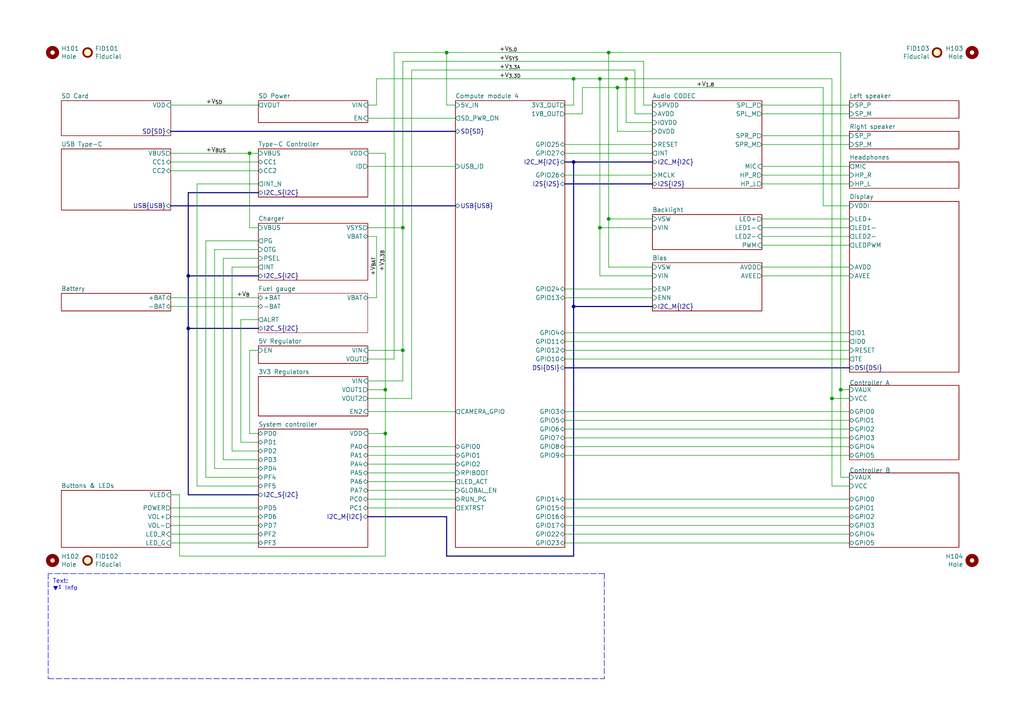
<source format=kicad_sch>
(kicad_sch (version 20210621) (generator eeschema)
  (paper "A4")
  (title_block (title "DIYPie - Display") (date "2021-03-05") (rev "V1") (company "iocapa"))
  (lib_symbols
    (symbol "Mechanical:Fiducial"
      (property "Reference" "FID" (at 0 5.08 0))
      (property "Value" "Fiducial" (at 0 3.175 0))
      (symbol "Fiducial_0_1"
        (circle (center 0 0) (radius 1.27) (stroke (width 0.508)) (fill (type background)))
      )
    )
    (symbol "Mechanical:MountingHole" (pin_names (offset 1.016))
      (property "Reference" "H" (at 0 5.08 0))
      (property "Value" "MountingHole" (at 0 3.175 0))
      (symbol "MountingHole_0_1"
        (circle (center 0 0) (radius 1.27) (stroke (width 1.27)))
      )
    )
  )
  (bus_alias "I2S" (members "SCK" "WS" "SDO" "SDI"))
  (bus_alias "DSI" (members "CLK_N" "CLK_P" "D0_N" "D0_P" "D1_N" "D1_P" "D2_N" "D2_P" "D3_N" "D3_P"))
  (bus_alias "USB" (members "D_P" "D_N"))
  (bus_alias "I2C" (members "SCL" "SDA"))
  (bus_alias "SD" (members "DAT[0..3]" "CLK" "CMD"))
  (junction (at 72.39 44.45) (diameter 0.9144))
  (junction (at 111.76 113.03) (diameter 0.9144))
  (junction (at 111.76 125.73) (diameter 0.9144))
  (junction (at 116.84 66.04) (diameter 0.9144))
  (junction (at 116.84 101.6) (diameter 0.9144))
  (junction (at 129.54 15.24) (diameter 0.9144))
  (junction (at 166.37 22.86) (diameter 0.9144))
  (junction (at 173.99 22.86) (diameter 0.9144))
  (junction (at 173.99 66.04) (diameter 0.9144))
  (junction (at 176.53 15.24) (diameter 0.9144))
  (junction (at 176.53 63.5) (diameter 0.9144))
  (junction (at 179.07 25.4) (diameter 0.9144))
  (junction (at 181.61 22.86) (diameter 0.9144))
  (junction (at 241.3 115.57) (diameter 0.9144))
  (junction (at 243.84 113.03) (diameter 0.9144))
  (junction (at 54.61 80.01) (diameter 0.9144))
  (junction (at 54.61 95.25) (diameter 0.9144))
  (junction (at 166.37 46.99) (diameter 0.9144))
  (junction (at 166.37 88.9) (diameter 0.9144))
  (wire (pts (xy 49.53 30.48) (xy 74.93 30.48)))
  (wire (pts (xy 49.53 44.45) (xy 72.39 44.45)))
  (wire (pts (xy 49.53 46.99) (xy 74.93 46.99)))
  (wire (pts (xy 49.53 49.53) (xy 74.93 49.53)))
  (wire (pts (xy 49.53 86.36) (xy 74.93 86.36)))
  (wire (pts (xy 49.53 88.9) (xy 74.93 88.9)))
  (wire (pts (xy 49.53 147.32) (xy 74.93 147.32)))
  (wire (pts (xy 49.53 149.86) (xy 74.93 149.86)))
  (wire (pts (xy 49.53 152.4) (xy 74.93 152.4)))
  (wire (pts (xy 49.53 154.94) (xy 74.93 154.94)))
  (wire (pts (xy 49.53 157.48) (xy 74.93 157.48)))
  (wire (pts (xy 52.07 143.51) (xy 49.53 143.51)))
  (wire (pts (xy 52.07 161.29) (xy 52.07 143.51)))
  (wire (pts (xy 57.15 53.34) (xy 74.93 53.34)))
  (wire (pts (xy 57.15 140.97) (xy 57.15 53.34)))
  (wire (pts (xy 59.69 69.85) (xy 74.93 69.85)))
  (wire (pts (xy 59.69 138.43) (xy 59.69 69.85)))
  (wire (pts (xy 62.23 72.39) (xy 74.93 72.39)))
  (wire (pts (xy 62.23 135.89) (xy 62.23 72.39)))
  (wire (pts (xy 64.77 74.93) (xy 74.93 74.93)))
  (wire (pts (xy 64.77 133.35) (xy 64.77 74.93)))
  (wire (pts (xy 67.31 77.47) (xy 74.93 77.47)))
  (wire (pts (xy 67.31 130.81) (xy 67.31 77.47)))
  (wire (pts (xy 69.85 92.71) (xy 74.93 92.71)))
  (wire (pts (xy 69.85 128.27) (xy 69.85 92.71)))
  (wire (pts (xy 72.39 44.45) (xy 72.39 66.04)))
  (wire (pts (xy 72.39 44.45) (xy 74.93 44.45)))
  (wire (pts (xy 72.39 101.6) (xy 74.93 101.6)))
  (wire (pts (xy 72.39 125.73) (xy 72.39 101.6)))
  (wire (pts (xy 74.93 66.04) (xy 72.39 66.04)))
  (wire (pts (xy 74.93 125.73) (xy 72.39 125.73)))
  (wire (pts (xy 74.93 128.27) (xy 69.85 128.27)))
  (wire (pts (xy 74.93 130.81) (xy 67.31 130.81)))
  (wire (pts (xy 74.93 133.35) (xy 64.77 133.35)))
  (wire (pts (xy 74.93 135.89) (xy 62.23 135.89)))
  (wire (pts (xy 74.93 138.43) (xy 59.69 138.43)))
  (wire (pts (xy 74.93 140.97) (xy 57.15 140.97)))
  (wire (pts (xy 106.68 34.29) (xy 132.08 34.29)))
  (wire (pts (xy 106.68 48.26) (xy 132.08 48.26)))
  (wire (pts (xy 106.68 66.04) (xy 116.84 66.04)))
  (wire (pts (xy 106.68 68.58) (xy 109.22 68.58)))
  (wire (pts (xy 106.68 101.6) (xy 116.84 101.6)))
  (wire (pts (xy 106.68 104.14) (xy 114.3 104.14)))
  (wire (pts (xy 106.68 110.49) (xy 116.84 110.49)))
  (wire (pts (xy 106.68 113.03) (xy 111.76 113.03)))
  (wire (pts (xy 106.68 115.57) (xy 119.38 115.57)))
  (wire (pts (xy 106.68 119.38) (xy 132.08 119.38)))
  (wire (pts (xy 106.68 125.73) (xy 111.76 125.73)))
  (wire (pts (xy 106.68 129.54) (xy 132.08 129.54)))
  (wire (pts (xy 106.68 132.08) (xy 132.08 132.08)))
  (wire (pts (xy 106.68 134.62) (xy 132.08 134.62)))
  (wire (pts (xy 106.68 137.16) (xy 132.08 137.16)))
  (wire (pts (xy 106.68 139.7) (xy 132.08 139.7)))
  (wire (pts (xy 106.68 142.24) (xy 132.08 142.24)))
  (wire (pts (xy 106.68 144.78) (xy 132.08 144.78)))
  (wire (pts (xy 106.68 147.32) (xy 132.08 147.32)))
  (wire (pts (xy 109.22 22.86) (xy 109.22 30.48)))
  (wire (pts (xy 109.22 30.48) (xy 106.68 30.48)))
  (wire (pts (xy 109.22 68.58) (xy 109.22 86.36)))
  (wire (pts (xy 109.22 86.36) (xy 106.68 86.36)))
  (wire (pts (xy 111.76 44.45) (xy 106.68 44.45)))
  (wire (pts (xy 111.76 113.03) (xy 111.76 44.45)))
  (wire (pts (xy 111.76 125.73) (xy 111.76 113.03)))
  (wire (pts (xy 111.76 125.73) (xy 111.76 161.29)))
  (wire (pts (xy 111.76 161.29) (xy 52.07 161.29)))
  (wire (pts (xy 114.3 15.24) (xy 129.54 15.24)))
  (wire (pts (xy 114.3 104.14) (xy 114.3 15.24)))
  (wire (pts (xy 116.84 17.78) (xy 116.84 66.04)))
  (wire (pts (xy 116.84 17.78) (xy 186.69 17.78)))
  (wire (pts (xy 116.84 66.04) (xy 116.84 101.6)))
  (wire (pts (xy 116.84 101.6) (xy 116.84 110.49)))
  (wire (pts (xy 119.38 20.32) (xy 184.15 20.32)))
  (wire (pts (xy 119.38 115.57) (xy 119.38 20.32)))
  (wire (pts (xy 129.54 15.24) (xy 129.54 30.48)))
  (wire (pts (xy 129.54 15.24) (xy 176.53 15.24)))
  (wire (pts (xy 132.08 30.48) (xy 129.54 30.48)))
  (wire (pts (xy 163.83 30.48) (xy 166.37 30.48)))
  (wire (pts (xy 163.83 41.91) (xy 189.23 41.91)))
  (wire (pts (xy 163.83 44.45) (xy 189.23 44.45)))
  (wire (pts (xy 163.83 50.8) (xy 189.23 50.8)))
  (wire (pts (xy 163.83 83.82) (xy 189.23 83.82)))
  (wire (pts (xy 163.83 86.36) (xy 189.23 86.36)))
  (wire (pts (xy 163.83 96.52) (xy 246.38 96.52)))
  (wire (pts (xy 163.83 99.06) (xy 246.38 99.06)))
  (wire (pts (xy 163.83 101.6) (xy 246.38 101.6)))
  (wire (pts (xy 163.83 104.14) (xy 246.38 104.14)))
  (wire (pts (xy 163.83 119.38) (xy 246.38 119.38)))
  (wire (pts (xy 163.83 121.92) (xy 246.38 121.92)))
  (wire (pts (xy 163.83 124.46) (xy 246.38 124.46)))
  (wire (pts (xy 163.83 127) (xy 246.38 127)))
  (wire (pts (xy 163.83 129.54) (xy 246.38 129.54)))
  (wire (pts (xy 163.83 132.08) (xy 246.38 132.08)))
  (wire (pts (xy 163.83 144.78) (xy 246.38 144.78)))
  (wire (pts (xy 163.83 147.32) (xy 246.38 147.32)))
  (wire (pts (xy 163.83 149.86) (xy 246.38 149.86)))
  (wire (pts (xy 163.83 152.4) (xy 246.38 152.4)))
  (wire (pts (xy 163.83 154.94) (xy 246.38 154.94)))
  (wire (pts (xy 163.83 157.48) (xy 246.38 157.48)))
  (wire (pts (xy 166.37 22.86) (xy 109.22 22.86)))
  (wire (pts (xy 166.37 22.86) (xy 173.99 22.86)))
  (wire (pts (xy 166.37 30.48) (xy 166.37 22.86)))
  (wire (pts (xy 168.91 25.4) (xy 168.91 33.02)))
  (wire (pts (xy 168.91 33.02) (xy 163.83 33.02)))
  (wire (pts (xy 173.99 22.86) (xy 173.99 66.04)))
  (wire (pts (xy 173.99 22.86) (xy 181.61 22.86)))
  (wire (pts (xy 173.99 66.04) (xy 189.23 66.04)))
  (wire (pts (xy 173.99 80.01) (xy 173.99 66.04)))
  (wire (pts (xy 176.53 15.24) (xy 176.53 63.5)))
  (wire (pts (xy 176.53 15.24) (xy 243.84 15.24)))
  (wire (pts (xy 176.53 63.5) (xy 176.53 77.47)))
  (wire (pts (xy 176.53 63.5) (xy 189.23 63.5)))
  (wire (pts (xy 176.53 77.47) (xy 189.23 77.47)))
  (wire (pts (xy 179.07 25.4) (xy 168.91 25.4)))
  (wire (pts (xy 179.07 25.4) (xy 238.76 25.4)))
  (wire (pts (xy 179.07 38.1) (xy 179.07 25.4)))
  (wire (pts (xy 181.61 22.86) (xy 241.3 22.86)))
  (wire (pts (xy 181.61 35.56) (xy 181.61 22.86)))
  (wire (pts (xy 184.15 20.32) (xy 184.15 33.02)))
  (wire (pts (xy 184.15 33.02) (xy 189.23 33.02)))
  (wire (pts (xy 186.69 17.78) (xy 186.69 30.48)))
  (wire (pts (xy 186.69 30.48) (xy 189.23 30.48)))
  (wire (pts (xy 189.23 35.56) (xy 181.61 35.56)))
  (wire (pts (xy 189.23 38.1) (xy 179.07 38.1)))
  (wire (pts (xy 189.23 80.01) (xy 173.99 80.01)))
  (wire (pts (xy 220.98 30.48) (xy 246.38 30.48)))
  (wire (pts (xy 220.98 33.02) (xy 246.38 33.02)))
  (wire (pts (xy 220.98 39.37) (xy 246.38 39.37)))
  (wire (pts (xy 220.98 41.91) (xy 246.38 41.91)))
  (wire (pts (xy 220.98 48.26) (xy 246.38 48.26)))
  (wire (pts (xy 220.98 50.8) (xy 246.38 50.8)))
  (wire (pts (xy 220.98 53.34) (xy 246.38 53.34)))
  (wire (pts (xy 220.98 63.5) (xy 246.38 63.5)))
  (wire (pts (xy 220.98 66.04) (xy 246.38 66.04)))
  (wire (pts (xy 220.98 68.58) (xy 246.38 68.58)))
  (wire (pts (xy 220.98 71.12) (xy 246.38 71.12)))
  (wire (pts (xy 220.98 77.47) (xy 246.38 77.47)))
  (wire (pts (xy 220.98 80.01) (xy 246.38 80.01)))
  (wire (pts (xy 238.76 25.4) (xy 238.76 59.69)))
  (wire (pts (xy 238.76 59.69) (xy 246.38 59.69)))
  (wire (pts (xy 241.3 22.86) (xy 241.3 115.57)))
  (wire (pts (xy 241.3 115.57) (xy 241.3 140.97)))
  (wire (pts (xy 241.3 115.57) (xy 246.38 115.57)))
  (wire (pts (xy 241.3 140.97) (xy 246.38 140.97)))
  (wire (pts (xy 243.84 15.24) (xy 243.84 113.03)))
  (wire (pts (xy 243.84 113.03) (xy 243.84 138.43)))
  (wire (pts (xy 243.84 113.03) (xy 246.38 113.03)))
  (wire (pts (xy 243.84 138.43) (xy 246.38 138.43)))
  (bus (pts (xy 49.53 38.1) (xy 132.08 38.1)))
  (bus (pts (xy 49.53 59.69) (xy 132.08 59.69)))
  (bus (pts (xy 54.61 55.88) (xy 74.93 55.88)))
  (bus (pts (xy 54.61 80.01) (xy 54.61 55.88)))
  (bus (pts (xy 54.61 80.01) (xy 74.93 80.01)))
  (bus (pts (xy 54.61 95.25) (xy 54.61 80.01)))
  (bus (pts (xy 54.61 95.25) (xy 74.93 95.25)))
  (bus (pts (xy 54.61 143.51) (xy 54.61 95.25)))
  (bus (pts (xy 74.93 143.51) (xy 54.61 143.51)))
  (bus (pts (xy 106.68 149.86) (xy 129.54 149.86)))
  (bus (pts (xy 129.54 149.86) (xy 129.54 161.29)))
  (bus (pts (xy 129.54 161.29) (xy 166.37 161.29)))
  (bus (pts (xy 163.83 46.99) (xy 166.37 46.99)))
  (bus (pts (xy 163.83 53.34) (xy 189.23 53.34)))
  (bus (pts (xy 163.83 106.68) (xy 246.38 106.68)))
  (bus (pts (xy 166.37 46.99) (xy 166.37 88.9)))
  (bus (pts (xy 166.37 46.99) (xy 189.23 46.99)))
  (bus (pts (xy 166.37 88.9) (xy 166.37 161.29)))
  (bus (pts (xy 166.37 88.9) (xy 189.23 88.9)))
  (polyline (pts (xy 13.97 166.37) (xy 13.97 196.85)) (stroke (width 0) (type dash)))
  (polyline (pts (xy 13.97 196.85) (xy 175.26 196.85)) (stroke (width 0) (type dash)))
  (polyline (pts (xy 175.26 166.37) (xy 13.97 166.37)) (stroke (width 0) (type dash)))
  (polyline (pts (xy 175.26 166.37) (xy 175.26 196.85)) (stroke (width 0) (type dash)))
  (text "Text:\n▼^{1} Info" (at 15.24 171.45 0) (effects (font (size 1.27 1.27)) (justify left bottom)))
  (label "+V_{SD}" (at 59.69 30.48 0))
  (label "+V_{BUS}" (at 59.69 44.45 0))
  (label "+V_{B}" (at 68.58 86.36 0))
  (label "+V_{BAT}" (at 109.22 80.01 90))
  (label "+V_{3.3B}" (at 111.76 78.74 90))
  (label "+V_{5.0}" (at 144.78 15.24 0))
  (label "+V_{SYS}" (at 144.78 17.78 0))
  (label "+V_{3.3A}" (at 144.78 20.32 0))
  (label "+V_{3.3D}" (at 144.78 22.86 0))
  (label "+V_{1.8}" (at 201.93 25.4 0))
  (symbol (lib_id "Mechanical:Fiducial") (at 25.4 15.24 0) (unit 1)
    (property "Reference" "FID101" (at 27.559 14.0716 0) (effects (justify left)))
    (property "Value" "Fiducial" (at 27.559 16.383 0) (effects (justify left)))
  )
  (symbol (lib_id "Mechanical:Fiducial") (at 25.4 162.56 0) (unit 1)
    (property "Reference" "FID102" (at 27.559 161.3916 0) (effects (justify left)))
    (property "Value" "Fiducial" (at 27.559 163.703 0) (effects (justify left)))
  )
  (symbol (lib_id "Mechanical:Fiducial") (at 271.78 15.24 0) (mirror y) (unit 1)
    (property "Reference" "FID103" (at 269.621 14.0716 0) (effects (justify left)))
    (property "Value" "Fiducial" (at 269.621 16.383 0) (effects (justify left)))
  )
  (symbol (lib_id "Mechanical:MountingHole") (at 15.24 15.24 0) (unit 1)
    (property "Reference" "H101" (at 17.78 14.0716 0) (effects (justify left)))
    (property "Value" "Hole" (at 17.78 16.383 0) (effects (justify left)))
    (property "Footprint" "MountingHole:MountingHole_2.2mm_M2" (effects hide))
  )
  (symbol (lib_id "Mechanical:MountingHole") (at 15.24 162.56 0) (unit 1)
    (property "Reference" "H102" (at 17.78 161.3916 0) (effects (justify left)))
    (property "Value" "Hole" (at 17.78 163.703 0) (effects (justify left)))
    (property "Footprint" "MountingHole:MountingHole_2.2mm_M2" (effects hide))
  )
  (symbol (lib_id "Mechanical:MountingHole") (at 281.94 15.24 0) (mirror y) (unit 1)
    (property "Reference" "H103" (at 279.4 14.0716 0) (effects (justify left)))
    (property "Value" "Hole" (at 279.4 16.383 0) (effects (justify left)))
    (property "Footprint" "MountingHole:MountingHole_2.2mm_M2" (effects hide))
  )
  (symbol (lib_id "Mechanical:MountingHole") (at 281.94 162.56 0) (mirror y) (unit 1)
    (property "Reference" "H104" (at 279.4 161.3916 0) (effects (justify left)))
    (property "Value" "Hole" (at 279.4 163.703 0) (effects (justify left)))
    (property "Footprint" "MountingHole:MountingHole_2.2mm_M2" (effects hide))
  )
  (sheet (at 74.93 109.22) (size 31.75 11.43)
    (property "Sheet name" "3V3 Regulators" (at 74.93 108.5845 0) (effects (justify left bottom)))
    (property "Sheet file" "3v3_regulators.kicad_sch" (effects hide))
    (pin "EN2" input (at 106.68 119.38 0))
    (pin "VIN" input (at 106.68 110.49 0))
    (pin "VOUT1" output (at 106.68 113.03 0))
    (pin "VOUT2" output (at 106.68 115.57 0))
  )
  (sheet (at 74.93 100.33) (size 31.75 5.08)
    (property "Sheet name" "5V Regulator" (at 74.93 99.6945 0) (effects (justify left bottom)))
    (property "Sheet file" "5v_regulator.kicad_sch" (effects hide))
    (pin "VOUT" output (at 106.68 104.14 0))
    (pin "EN" input (at 74.93 101.6 180))
    (pin "VIN" input (at 106.68 101.6 0))
  )
  (sheet (at 189.23 29.21) (size 31.75 25.4)
    (property "Sheet name" "Audio CODEC" (at 189.23 28.5745 0) (effects (justify left bottom)))
    (property "Sheet file" "audio_codec.kicad_sch" (effects hide))
    (pin "MIC" input (at 220.98 48.26 0))
    (pin "HP_L" output (at 220.98 53.34 0))
    (pin "HP_R" output (at 220.98 50.8 0))
    (pin "MCLK" input (at 189.23 50.8 180))
    (pin "I2S{I2S}" bidirectional (at 189.23 53.34 180))
    (pin "SPR_P" output (at 220.98 39.37 0))
    (pin "SPR_M" output (at 220.98 41.91 0))
    (pin "SPL_P" output (at 220.98 30.48 0))
    (pin "SPL_M" output (at 220.98 33.02 0))
    (pin "AVDD" input (at 189.23 33.02 180))
    (pin "SPVDD" input (at 189.23 30.48 180))
    (pin "I2C_M{I2C}" bidirectional (at 189.23 46.99 180))
    (pin "INT" output (at 189.23 44.45 180))
    (pin "RESET" input (at 189.23 41.91 180))
    (pin "IOVDD" input (at 189.23 35.56 180))
    (pin "DVDD" input (at 189.23 38.1 180))
  )
  (sheet (at 189.23 62.23) (size 31.75 10.16)
    (property "Sheet name" "Backlight" (at 189.23 61.5945 0) (effects (justify left bottom)))
    (property "Sheet file" "backlight.kicad_sch" (effects hide))
    (pin "LED1-" input (at 220.98 66.04 0))
    (pin "LED2-" input (at 220.98 68.58 0))
    (pin "PWM" input (at 220.98 71.12 0))
    (pin "LED+" output (at 220.98 63.5 0))
    (pin "VIN" input (at 189.23 66.04 180))
    (pin "VSW" input (at 189.23 63.5 180))
  )
  (sheet (at 17.78 85.09) (size 31.75 5.08)
    (property "Sheet name" "Battery" (at 17.78 84.4545 0) (effects (justify left bottom)))
    (property "Sheet file" "battery.kicad_sch" (effects hide))
    (pin "-BAT" bidirectional (at 49.53 88.9 0))
    (pin "+BAT" bidirectional (at 49.53 86.36 0))
  )
  (sheet (at 189.23 76.2) (size 31.75 13.97)
    (property "Sheet name" "Bias" (at 189.23 75.5645 0) (effects (justify left bottom)))
    (property "Sheet file" "bias.kicad_sch" (effects hide))
    (pin "AVEE" output (at 220.98 80.01 0))
    (pin "AVDD" output (at 220.98 77.47 0))
    (pin "VSW" input (at 189.23 77.47 180))
    (pin "VIN" input (at 189.23 80.01 180))
    (pin "ENP" input (at 189.23 83.82 180))
    (pin "ENN" input (at 189.23 86.36 180))
    (pin "I2C_M{I2C}" bidirectional (at 189.23 88.9 180))
  )
  (sheet (at 17.78 142.24) (size 31.75 16.51)
    (property "Sheet name" "Buttons & LEDs" (at 17.78 141.6045 0) (effects (justify left bottom)))
    (property "Sheet file" "buttons_leds.kicad_sch" (effects hide))
    (pin "POWER" output (at 49.53 147.32 0))
    (pin "VOL+" output (at 49.53 149.86 0))
    (pin "VOL-" output (at 49.53 152.4 0))
    (pin "LED_R" input (at 49.53 154.94 0))
    (pin "LED_G" input (at 49.53 157.48 0))
    (pin "VLED" input (at 49.53 143.51 0))
  )
  (sheet (at 74.93 64.77) (size 31.75 16.51)
    (property "Sheet name" "Charger" (at 74.93 64.1345 0) (effects (justify left bottom)))
    (property "Sheet file" "charger.kicad_sch" (effects hide))
    (pin "VBUS" input (at 74.93 66.04 180))
    (pin "PG" output (at 74.93 69.85 180))
    (pin "OTG" input (at 74.93 72.39 180))
    (pin "PSEL" input (at 74.93 74.93 180))
    (pin "I2C_S{I2C}" bidirectional (at 74.93 80.01 180))
    (pin "INT" output (at 74.93 77.47 180))
    (pin "VBAT" bidirectional (at 106.68 68.58 0))
    (pin "VSYS" output (at 106.68 66.04 0))
  )
  (sheet (at 132.08 29.21) (size 31.75 129.54)
    (property "Sheet name" "Compute module 4" (at 132.08 28.5745 0) (effects (justify left bottom)))
    (property "Sheet file" "CM4.kicad_sch" (effects hide))
    (pin "I2C_M{I2C}" bidirectional (at 163.83 46.99 0))
    (pin "USB{USB}" bidirectional (at 132.08 59.69 180))
    (pin "GPIO26" bidirectional (at 163.83 50.8 0))
    (pin "I2S{I2S}" bidirectional (at 163.83 53.34 0))
    (pin "5V_IN" input (at 132.08 30.48 180))
    (pin "3V3_OUT" output (at 163.83 30.48 0))
    (pin "1V8_OUT" output (at 163.83 33.02 0))
    (pin "DSI{DSI}" bidirectional (at 163.83 106.68 0))
    (pin "GPIO3" bidirectional (at 163.83 119.38 0))
    (pin "GPIO5" bidirectional (at 163.83 121.92 0))
    (pin "GPIO6" bidirectional (at 163.83 124.46 0))
    (pin "GPIO7" bidirectional (at 163.83 127 0))
    (pin "GPIO8" bidirectional (at 163.83 129.54 0))
    (pin "GPIO9" bidirectional (at 163.83 132.08 0))
    (pin "GPIO14" bidirectional (at 163.83 144.78 0))
    (pin "GPIO15" bidirectional (at 163.83 147.32 0))
    (pin "GPIO16" bidirectional (at 163.83 149.86 0))
    (pin "GPIO17" bidirectional (at 163.83 152.4 0))
    (pin "GPIO22" bidirectional (at 163.83 154.94 0))
    (pin "GPIO23" bidirectional (at 163.83 157.48 0))
    (pin "GPIO4" bidirectional (at 163.83 96.52 0))
    (pin "GPIO11" bidirectional (at 163.83 99.06 0))
    (pin "GPIO12" bidirectional (at 163.83 101.6 0))
    (pin "GPIO13" bidirectional (at 163.83 86.36 0))
    (pin "GPIO10" bidirectional (at 163.83 104.14 0))
    (pin "GPIO24" bidirectional (at 163.83 83.82 0))
    (pin "GPIO25" bidirectional (at 163.83 41.91 0))
    (pin "GPIO27" bidirectional (at 163.83 44.45 0))
    (pin "SD{SD}" bidirectional (at 132.08 38.1 180))
    (pin "SD_PWR_ON" output (at 132.08 34.29 180))
    (pin "USB_ID" input (at 132.08 48.26 180))
    (pin "CAMERA_GPIO" output (at 132.08 119.38 180))
    (pin "GPIO0" bidirectional (at 132.08 129.54 180))
    (pin "GPIO1" bidirectional (at 132.08 132.08 180))
    (pin "GPIO2" bidirectional (at 132.08 134.62 180))
    (pin "RPIBOOT" input (at 132.08 137.16 180))
    (pin "LED_ACT" output (at 132.08 139.7 180))
    (pin "GLOBAL_EN" input (at 132.08 142.24 180))
    (pin "RUN_PG" bidirectional (at 132.08 144.78 180))
    (pin "EXTRST" output (at 132.08 147.32 180))
  )
  (sheet (at 246.38 111.76) (size 31.75 21.59)
    (property "Sheet name" "Controller A" (at 246.38 111.7595 0) (effects (justify left bottom)))
    (property "Sheet file" "controller.kicad_sch" (effects hide))
    (pin "GPIO0" bidirectional (at 246.38 119.38 180))
    (pin "GPIO1" bidirectional (at 246.38 121.92 180))
    (pin "GPIO2" bidirectional (at 246.38 124.46 180))
    (pin "GPIO3" bidirectional (at 246.38 127 180))
    (pin "GPIO4" bidirectional (at 246.38 129.54 180))
    (pin "GPIO5" bidirectional (at 246.38 132.08 180))
    (pin "VCC" input (at 246.38 115.57 180))
    (pin "VAUX" input (at 246.38 113.03 180))
  )
  (sheet (at 246.38 137.16) (size 31.75 21.59)
    (property "Sheet name" "Controller B" (at 246.38 137.1595 0) (effects (justify left bottom)))
    (property "Sheet file" "controller.kicad_sch" (effects hide))
    (pin "GPIO0" bidirectional (at 246.38 144.78 180))
    (pin "GPIO1" bidirectional (at 246.38 147.32 180))
    (pin "GPIO2" bidirectional (at 246.38 149.86 180))
    (pin "GPIO3" bidirectional (at 246.38 152.4 180))
    (pin "GPIO4" bidirectional (at 246.38 154.94 180))
    (pin "GPIO5" bidirectional (at 246.38 157.48 180))
    (pin "VCC" input (at 246.38 140.97 180))
    (pin "VAUX" input (at 246.38 138.43 180))
  )
  (sheet (at 246.38 58.42) (size 31.75 49.53)
    (property "Sheet name" "Display" (at 246.38 57.7845 0) (effects (justify left bottom)))
    (property "Sheet file" "display.kicad_sch" (effects hide))
    (pin "VDDI" input (at 246.38 59.69 180))
    (pin "DSI{DSI}" bidirectional (at 246.38 106.68 180))
    (pin "RESET" input (at 246.38 101.6 180))
    (pin "TE" output (at 246.38 104.14 180))
    (pin "ID0" output (at 246.38 99.06 180))
    (pin "ID1" output (at 246.38 96.52 180))
    (pin "AVDD" input (at 246.38 77.47 180))
    (pin "AVEE" input (at 246.38 80.01 180))
    (pin "LED+" input (at 246.38 63.5 180))
    (pin "LED1-" output (at 246.38 66.04 180))
    (pin "LED2-" output (at 246.38 68.58 180))
    (pin "LEDPWM" output (at 246.38 71.12 180))
  )
  (sheet (at 74.93 85.09) (size 31.75 11.43) (stroke (width 0.0006))
    (property "Sheet name" "Fuel gauge" (at 74.93 84.4543 0) (effects (justify left bottom)))
    (property "Sheet file" "fuel_gauge.kicad_sch" (effects hide))
    (pin "ALRT" output (at 74.93 92.71 180))
    (pin "I2C_S{I2C}" bidirectional (at 74.93 95.25 180))
    (pin "VBAT" bidirectional (at 106.68 86.36 0))
    (pin "+BAT" bidirectional (at 74.93 86.36 180))
    (pin "-BAT" bidirectional (at 74.93 88.9 180))
  )
  (sheet (at 246.38 46.99) (size 31.75 7.62)
    (property "Sheet name" "Headphones" (at 246.38 46.3545 0) (effects (justify left bottom)))
    (property "Sheet file" "headphones.kicad_sch" (effects hide))
    (pin "MIC" output (at 246.38 48.26 180))
    (pin "HP_R" input (at 246.38 50.8 180))
    (pin "HP_L" input (at 246.38 53.34 180))
  )
  (sheet (at 246.38 29.21) (size 31.75 5.08)
    (property "Sheet name" "Left speaker" (at 246.38 28.5745 0) (effects (justify left bottom)))
    (property "Sheet file" "speaker.kicad_sch" (effects hide))
    (pin "SP_P" input (at 246.38 30.48 180))
    (pin "SP_M" input (at 246.38 33.02 180))
  )
  (sheet (at 246.38 38.1) (size 31.75 5.08)
    (property "Sheet name" "Right speaker" (at 246.38 37.4645 0) (effects (justify left bottom)))
    (property "Sheet file" "speaker.kicad_sch" (effects hide))
    (pin "SP_P" input (at 246.38 39.37 180))
    (pin "SP_M" input (at 246.38 41.91 180))
  )
  (sheet (at 17.78 29.21) (size 31.75 10.16)
    (property "Sheet name" "SD Card" (at 17.78 28.5745 0) (effects (justify left bottom)))
    (property "Sheet file" "sd_card.kicad_sch" (effects hide))
    (pin "VDD" input (at 49.53 30.48 0))
    (pin "SD{SD}" bidirectional (at 49.53 38.1 0))
  )
  (sheet (at 74.93 29.21) (size 31.75 6.35)
    (property "Sheet name" "SD Power" (at 74.93 28.5745 0) (effects (justify left bottom)))
    (property "Sheet file" "sd_power.kicad_sch" (effects hide))
    (pin "VIN" input (at 106.68 30.48 0))
    (pin "EN" input (at 106.68 34.29 0))
    (pin "VOUT" output (at 74.93 30.48 180))
  )
  (sheet (at 74.93 124.46) (size 31.75 34.29)
    (property "Sheet name" "System controller" (at 74.93 123.8245 0) (effects (justify left bottom)))
    (property "Sheet file" "system_controller.kicad_sch" (effects hide))
    (pin "I2C_M{I2C}" bidirectional (at 106.68 149.86 0))
    (pin "I2C_S{I2C}" bidirectional (at 74.93 143.51 180))
    (pin "VDD" input (at 106.68 125.73 0))
    (pin "PA0" bidirectional (at 106.68 129.54 0))
    (pin "PA1" bidirectional (at 106.68 132.08 0))
    (pin "PA4" bidirectional (at 106.68 134.62 0))
    (pin "PA5" bidirectional (at 106.68 137.16 0))
    (pin "PA6" bidirectional (at 106.68 139.7 0))
    (pin "PA7" bidirectional (at 106.68 142.24 0))
    (pin "PC0" bidirectional (at 106.68 144.78 0))
    (pin "PC1" bidirectional (at 106.68 147.32 0))
    (pin "PD0" bidirectional (at 74.93 125.73 180))
    (pin "PD1" bidirectional (at 74.93 128.27 180))
    (pin "PD2" bidirectional (at 74.93 130.81 180))
    (pin "PD3" bidirectional (at 74.93 133.35 180))
    (pin "PD4" bidirectional (at 74.93 135.89 180))
    (pin "PF4" bidirectional (at 74.93 138.43 180))
    (pin "PF5" bidirectional (at 74.93 140.97 180))
    (pin "PD5" bidirectional (at 74.93 147.32 180))
    (pin "PD6" bidirectional (at 74.93 149.86 180))
    (pin "PD7" bidirectional (at 74.93 152.4 180))
    (pin "PF2" bidirectional (at 74.93 154.94 180))
    (pin "PF3" bidirectional (at 74.93 157.48 180))
  )
  (sheet (at 74.93 43.18) (size 31.75 13.97)
    (property "Sheet name" "Type-C Controller" (at 74.93 42.5445 0) (effects (justify left bottom)))
    (property "Sheet file" "type_c_controller.kicad_sch" (effects hide))
    (pin "CC1" bidirectional (at 74.93 46.99 180))
    (pin "CC2" bidirectional (at 74.93 49.53 180))
    (pin "INT_N" output (at 74.93 53.34 180))
    (pin "VBUS" input (at 74.93 44.45 180))
    (pin "VDD" input (at 106.68 44.45 0))
    (pin "I2C_S{I2C}" bidirectional (at 74.93 55.88 180))
    (pin "ID" output (at 106.68 48.26 0))
  )
  (sheet (at 17.78 43.18) (size 31.75 17.78)
    (property "Sheet name" "USB Type-C" (at 17.78 42.5445 0) (effects (justify left bottom)))
    (property "Sheet file" "usb_type_c.kicad_sch" (effects hide))
    (pin "CC1" bidirectional (at 49.53 46.99 0))
    (pin "CC2" bidirectional (at 49.53 49.53 0))
    (pin "USB{USB}" bidirectional (at 49.53 59.69 0))
    (pin "VBUS" output (at 49.53 44.45 0))
  )
)
</source>
